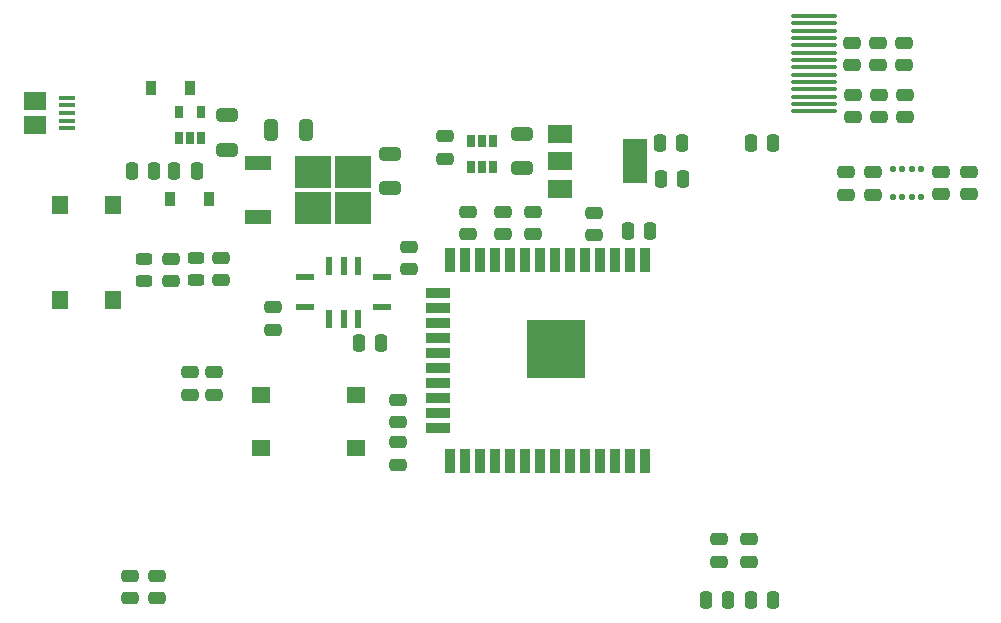
<source format=gbr>
%TF.GenerationSoftware,KiCad,Pcbnew,(5.99.0-8928-gc255dede17)*%
%TF.CreationDate,2021-04-01T15:07:53-07:00*%
%TF.ProjectId,smbpcb,736d6270-6362-42e6-9b69-6361645f7063,rev?*%
%TF.SameCoordinates,Original*%
%TF.FileFunction,Paste,Top*%
%TF.FilePolarity,Positive*%
%FSLAX46Y46*%
G04 Gerber Fmt 4.6, Leading zero omitted, Abs format (unit mm)*
G04 Created by KiCad (PCBNEW (5.99.0-8928-gc255dede17)) date 2021-04-01 15:07:53*
%MOMM*%
%LPD*%
G01*
G04 APERTURE LIST*
G04 Aperture macros list*
%AMRoundRect*
0 Rectangle with rounded corners*
0 $1 Rounding radius*
0 $2 $3 $4 $5 $6 $7 $8 $9 X,Y pos of 4 corners*
0 Add a 4 corners polygon primitive as box body*
4,1,4,$2,$3,$4,$5,$6,$7,$8,$9,$2,$3,0*
0 Add four circle primitives for the rounded corners*
1,1,$1+$1,$2,$3*
1,1,$1+$1,$4,$5*
1,1,$1+$1,$6,$7*
1,1,$1+$1,$8,$9*
0 Add four rect primitives between the rounded corners*
20,1,$1+$1,$2,$3,$4,$5,0*
20,1,$1+$1,$4,$5,$6,$7,0*
20,1,$1+$1,$6,$7,$8,$9,0*
20,1,$1+$1,$8,$9,$2,$3,0*%
G04 Aperture macros list end*
%ADD10R,0.900000X1.200000*%
%ADD11RoundRect,0.250000X-0.250000X-0.475000X0.250000X-0.475000X0.250000X0.475000X-0.250000X0.475000X0*%
%ADD12RoundRect,0.250000X-0.475000X0.250000X-0.475000X-0.250000X0.475000X-0.250000X0.475000X0.250000X0*%
%ADD13RoundRect,0.250000X0.475000X-0.250000X0.475000X0.250000X-0.475000X0.250000X-0.475000X-0.250000X0*%
%ADD14R,2.000000X1.500000*%
%ADD15R,2.000000X3.800000*%
%ADD16R,0.650000X1.060000*%
%ADD17RoundRect,0.250000X0.650000X-0.325000X0.650000X0.325000X-0.650000X0.325000X-0.650000X-0.325000X0*%
%ADD18R,3.050000X2.750000*%
%ADD19R,2.200000X1.200000*%
%ADD20RoundRect,0.250000X0.250000X0.475000X-0.250000X0.475000X-0.250000X-0.475000X0.250000X-0.475000X0*%
%ADD21RoundRect,0.125000X0.125000X0.137500X-0.125000X0.137500X-0.125000X-0.137500X0.125000X-0.137500X0*%
%ADD22R,1.400000X1.600000*%
%ADD23R,1.350000X0.400000*%
%ADD24R,1.900000X1.500000*%
%ADD25RoundRect,0.250000X-0.325000X-0.650000X0.325000X-0.650000X0.325000X0.650000X-0.325000X0.650000X0*%
%ADD26RoundRect,0.250000X-0.650000X0.325000X-0.650000X-0.325000X0.650000X-0.325000X0.650000X0.325000X0*%
%ADD27RoundRect,0.243750X0.456250X-0.243750X0.456250X0.243750X-0.456250X0.243750X-0.456250X-0.243750X0*%
%ADD28R,1.600000X1.400000*%
%ADD29RoundRect,0.243750X-0.456250X0.243750X-0.456250X-0.243750X0.456250X-0.243750X0.456250X0.243750X0*%
%ADD30O,4.000000X0.320000*%
%ADD31R,0.600000X1.500000*%
%ADD32R,1.500000X0.600000*%
%ADD33R,0.900000X2.000000*%
%ADD34R,2.000000X0.900000*%
%ADD35R,5.000000X5.000000*%
G04 APERTURE END LIST*
D10*
%TO.C,D5*%
X62910000Y-35115000D03*
X66210000Y-35115000D03*
%TD*%
D11*
%TO.C,R12*%
X109900000Y-78400000D03*
X111800000Y-78400000D03*
%TD*%
D12*
%TO.C,R9*%
X92700000Y-45550000D03*
X92700000Y-47450000D03*
%TD*%
D13*
%TO.C,R28*%
X64660000Y-51465000D03*
X64660000Y-49565000D03*
%TD*%
%TO.C,R26*%
X66260000Y-61060000D03*
X66260000Y-59160000D03*
%TD*%
D14*
%TO.C,U7*%
X97605000Y-39000000D03*
X97605000Y-41300000D03*
D15*
X103905000Y-41300000D03*
D14*
X97605000Y-43600000D03*
%TD*%
D13*
%TO.C,R6*%
X122260000Y-33165000D03*
X122260000Y-31265000D03*
%TD*%
%TO.C,D2*%
X113550000Y-75200000D03*
X113550000Y-73300000D03*
%TD*%
D16*
%TO.C,U1*%
X65305000Y-39350000D03*
X66255000Y-39350000D03*
X67205000Y-39350000D03*
X67205000Y-37150000D03*
X65305000Y-37150000D03*
%TD*%
D17*
%TO.C,C3*%
X83160000Y-43590000D03*
X83160000Y-40640000D03*
%TD*%
D18*
%TO.C,Q1*%
X76652000Y-42233200D03*
X80002000Y-45283200D03*
X80002000Y-42233200D03*
X76652000Y-45283200D03*
D19*
X72027000Y-41478200D03*
X72027000Y-46038200D03*
%TD*%
D11*
%TO.C,R1*%
X61310000Y-42115000D03*
X63210000Y-42115000D03*
%TD*%
D20*
%TO.C,C6*%
X115610000Y-39715000D03*
X113710000Y-39715000D03*
%TD*%
D17*
%TO.C,C4*%
X94360000Y-41890000D03*
X94360000Y-38940000D03*
%TD*%
D21*
%TO.C,U5*%
X128158300Y-44317400D03*
X127358300Y-44317400D03*
X126558300Y-44317400D03*
X125758300Y-44317400D03*
X125758300Y-41942400D03*
X126558300Y-41942400D03*
X127358300Y-41942400D03*
X128158300Y-41942400D03*
%TD*%
D12*
%TO.C,R22*%
X63460000Y-76365000D03*
X63460000Y-78265000D03*
%TD*%
D11*
%TO.C,R3*%
X106110000Y-42815000D03*
X108010000Y-42815000D03*
%TD*%
D13*
%TO.C,L1*%
X87860000Y-41065000D03*
X87860000Y-39165000D03*
%TD*%
%TO.C,C10*%
X126660000Y-33165000D03*
X126660000Y-31265000D03*
%TD*%
%TO.C,C5*%
X122360000Y-37565000D03*
X122360000Y-35665000D03*
%TD*%
D12*
%TO.C,C12*%
X129860000Y-42165000D03*
X129860000Y-44065000D03*
%TD*%
%TO.C,R24*%
X83860000Y-65065000D03*
X83860000Y-66965000D03*
%TD*%
%TO.C,C16*%
X68260000Y-59165000D03*
X68260000Y-61065000D03*
%TD*%
%TO.C,R20*%
X73260000Y-53665000D03*
X73260000Y-55565000D03*
%TD*%
D22*
%TO.C,SW2*%
X55210000Y-45015000D03*
X55210000Y-53015000D03*
X59710000Y-45015000D03*
X59710000Y-53015000D03*
%TD*%
D13*
%TO.C,D6*%
X111050000Y-75200000D03*
X111050000Y-73300000D03*
%TD*%
D16*
%TO.C,U2*%
X91910000Y-39615000D03*
X90960000Y-39615000D03*
X90010000Y-39615000D03*
X90010000Y-41815000D03*
X90960000Y-41815000D03*
X91910000Y-41815000D03*
%TD*%
D23*
%TO.C,J1*%
X55822500Y-35915000D03*
X55822500Y-36565000D03*
X55822500Y-37215000D03*
X55822500Y-37865000D03*
X55822500Y-38515000D03*
D24*
X53122500Y-36215000D03*
X53122500Y-38215000D03*
%TD*%
D12*
%TO.C,C7*%
X126760000Y-35665000D03*
X126760000Y-37565000D03*
%TD*%
D25*
%TO.C,C2*%
X73085000Y-38600000D03*
X76035000Y-38600000D03*
%TD*%
D12*
%TO.C,R25*%
X68860000Y-49465000D03*
X68860000Y-51365000D03*
%TD*%
D26*
%TO.C,C1*%
X69410000Y-37390000D03*
X69410000Y-40340000D03*
%TD*%
D27*
%TO.C,D3*%
X66760000Y-51352500D03*
X66760000Y-49477500D03*
%TD*%
D12*
%TO.C,R8*%
X95300000Y-45550000D03*
X95300000Y-47450000D03*
%TD*%
D10*
%TO.C,D1*%
X67810000Y-44515000D03*
X64510000Y-44515000D03*
%TD*%
D13*
%TO.C,R23*%
X61160000Y-78265000D03*
X61160000Y-76365000D03*
%TD*%
D12*
%TO.C,R18*%
X121760000Y-42215000D03*
X121760000Y-44115000D03*
%TD*%
D11*
%TO.C,R5*%
X106010000Y-39765000D03*
X107910000Y-39765000D03*
%TD*%
%TO.C,C17*%
X103310000Y-47215000D03*
X105210000Y-47215000D03*
%TD*%
D12*
%TO.C,C8*%
X124560000Y-35665000D03*
X124560000Y-37565000D03*
%TD*%
%TO.C,C15*%
X83860000Y-61465000D03*
X83860000Y-63365000D03*
%TD*%
D28*
%TO.C,SW1*%
X72260000Y-65565000D03*
X80260000Y-65565000D03*
X80260000Y-61065000D03*
X72260000Y-61065000D03*
%TD*%
D29*
%TO.C,D4*%
X62360000Y-49577500D03*
X62360000Y-51452500D03*
%TD*%
D13*
%TO.C,R27*%
X100460000Y-47565000D03*
X100460000Y-45665000D03*
%TD*%
D30*
%TO.C,U4*%
X119071800Y-37054400D03*
X119071800Y-36434400D03*
X119071800Y-35814400D03*
X119071800Y-35194400D03*
X119071800Y-34574400D03*
X119071800Y-33954400D03*
X119071800Y-33334400D03*
X119071800Y-32714400D03*
X119071800Y-32094400D03*
X119071800Y-31474400D03*
X119071800Y-30854400D03*
X119071800Y-30234400D03*
X119071800Y-29614400D03*
X119071800Y-28994400D03*
%TD*%
D31*
%TO.C,IC1*%
X78005000Y-54650000D03*
X79255000Y-54650000D03*
X80505000Y-54650000D03*
D32*
X82505000Y-53670000D03*
X82505000Y-51130000D03*
D31*
X80505000Y-50150000D03*
X79255000Y-50150000D03*
X78005000Y-50150000D03*
D32*
X76005000Y-51130000D03*
X76005000Y-53670000D03*
%TD*%
D11*
%TO.C,R11*%
X113700000Y-78400000D03*
X115600000Y-78400000D03*
%TD*%
D13*
%TO.C,C9*%
X124460000Y-33165000D03*
X124460000Y-31265000D03*
%TD*%
D12*
%TO.C,R10*%
X84760000Y-48515000D03*
X84760000Y-50415000D03*
%TD*%
D13*
%TO.C,C13*%
X132160000Y-44065000D03*
X132160000Y-42165000D03*
%TD*%
D12*
%TO.C,R7*%
X89750000Y-45550000D03*
X89750000Y-47450000D03*
%TD*%
%TO.C,R17*%
X124060000Y-42215000D03*
X124060000Y-44115000D03*
%TD*%
D20*
%TO.C,R4*%
X66810000Y-42115000D03*
X64910000Y-42115000D03*
%TD*%
D33*
%TO.C,U3*%
X104755000Y-49650000D03*
X103485000Y-49650000D03*
X102215000Y-49650000D03*
X100945000Y-49650000D03*
X99675000Y-49650000D03*
X98405000Y-49650000D03*
X97135000Y-49650000D03*
X95865000Y-49650000D03*
X94595000Y-49650000D03*
X93325000Y-49650000D03*
X92055000Y-49650000D03*
X90785000Y-49650000D03*
X89515000Y-49650000D03*
X88245000Y-49650000D03*
D34*
X87245000Y-52435000D03*
X87245000Y-53705000D03*
X87245000Y-54975000D03*
X87245000Y-56245000D03*
X87245000Y-57515000D03*
X87245000Y-58785000D03*
X87245000Y-60055000D03*
X87245000Y-61325000D03*
X87245000Y-62595000D03*
X87245000Y-63865000D03*
D33*
X88245000Y-66650000D03*
X89515000Y-66650000D03*
X90785000Y-66650000D03*
X92055000Y-66650000D03*
X93325000Y-66650000D03*
X94595000Y-66650000D03*
X95865000Y-66650000D03*
X97135000Y-66650000D03*
X98405000Y-66650000D03*
X99675000Y-66650000D03*
X100945000Y-66650000D03*
X102215000Y-66650000D03*
X103485000Y-66650000D03*
X104755000Y-66650000D03*
D35*
X97255000Y-57150000D03*
%TD*%
D11*
%TO.C,R19*%
X80510000Y-56715000D03*
X82410000Y-56715000D03*
%TD*%
M02*

</source>
